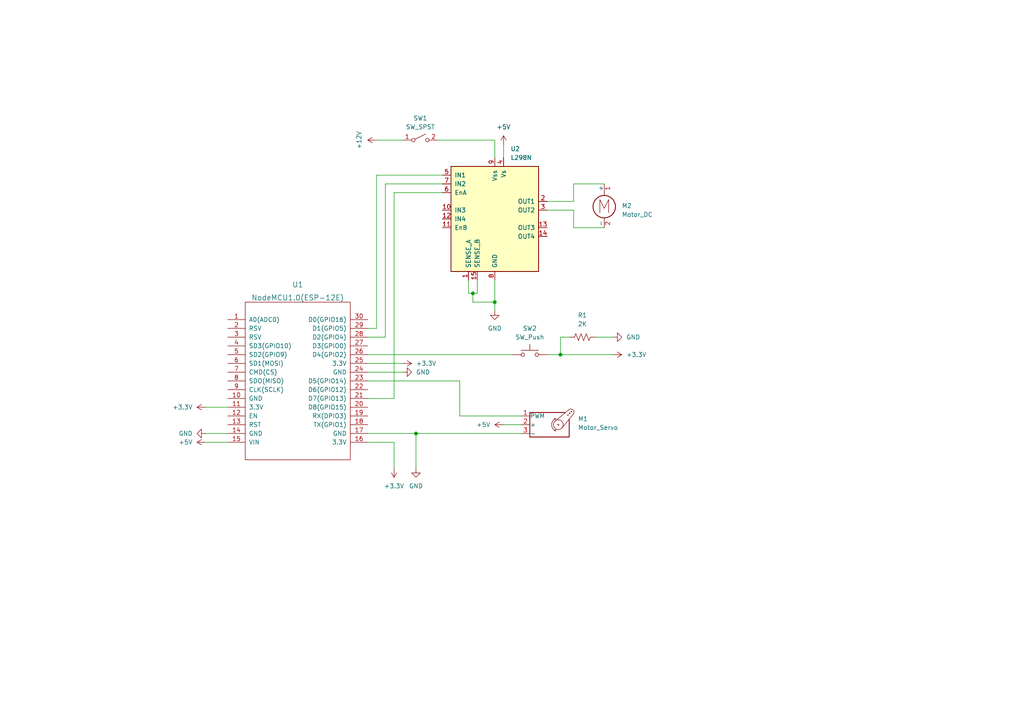
<source format=kicad_sch>
(kicad_sch (version 20211123) (generator eeschema)
  (paper "A4")
  (title_block (title "Cat Feeder") (date "2022-12-23") (company "Barrett Otte"))
  (lib_symbols
    (symbol "Device:R_US" (pin_numbers hide) (pin_names (offset 0))
      (property "Reference" "R" (at 2.54 0 90))
      (property "Value" "R_US" (at -2.54 0 90))
      (symbol "R_US_0_1"
        (polyline (pts (xy 0 -2.286) (xy 0 -2.54)))
        (polyline (pts (xy 0 2.286) (xy 0 2.54)))
        (polyline (pts (xy 0 -0.762) (xy 1.016 -1.143) (xy 0 -1.524) (xy -1.016 -1.905) (xy 0 -2.286)))
        (polyline (pts (xy 0 0.762) (xy 1.016 0.381) (xy 0 0) (xy -1.016 -0.381) (xy 0 -0.762)))
        (polyline (pts (xy 0 2.286) (xy 1.016 1.905) (xy 0 1.524) (xy -1.016 1.143) (xy 0 0.762)))
      )
      (symbol "R_US_1_1"
        (pin passive line (at 0 3.81 270) (length 1.27) (name "~") (number "1"))
        (pin passive line (at 0 -3.81 90) (length 1.27) (name "~") (number "2"))
      )
    )
    (symbol "Driver_Motor:L298N" (pin_names (offset 1.016))
      (property "Reference" "U" (at -10.16 16.51 0))
      (property "Value" "L298N" (at 12.7 16.51 0))
      (symbol "L298N_0_1"
        (rectangle (start -12.7 15.24) (end 12.7 -15.24) (stroke (width 0.254)) (fill (type background)))
      )
      (symbol "L298N_1_1"
        (pin power_in line (at -7.62 -17.78 90) (length 2.54) (name "SENSE_A") (number "1"))
        (pin input line (at -15.24 2.54 0) (length 2.54) (name "IN3") (number "10"))
        (pin input line (at -15.24 -2.54 0) (length 2.54) (name "EnB") (number "11"))
        (pin input line (at -15.24 0 0) (length 2.54) (name "IN4") (number "12"))
        (pin output line (at 15.24 -2.54 180) (length 2.54) (name "OUT3") (number "13"))
        (pin output line (at 15.24 -5.08 180) (length 2.54) (name "OUT4") (number "14"))
        (pin power_in line (at -5.08 -17.78 90) (length 2.54) (name "SENSE_B") (number "15"))
        (pin output line (at 15.24 5.08 180) (length 2.54) (name "OUT1") (number "2"))
        (pin output line (at 15.24 2.54 180) (length 2.54) (name "OUT2") (number "3"))
        (pin power_in line (at 2.54 17.78 270) (length 2.54) (name "Vs") (number "4"))
        (pin input line (at -15.24 12.7 0) (length 2.54) (name "IN1") (number "5"))
        (pin input line (at -15.24 7.62 0) (length 2.54) (name "EnA") (number "6"))
        (pin input line (at -15.24 10.16 0) (length 2.54) (name "IN2") (number "7"))
        (pin power_in line (at 0 -17.78 90) (length 2.54) (name "GND") (number "8"))
        (pin power_in line (at 0 17.78 270) (length 2.54) (name "Vss") (number "9"))
      )
    )
    (symbol "ESP8266:NodeMCU1.0(ESP-12E)" (pin_names (offset 1.016))
      (property "Reference" "U" (at 0 21.59 0))
      (property "Value" "NodeMCU1.0(ESP-12E)" (at 0 -21.59 0))
      (symbol "NodeMCU1.0(ESP-12E)_0_1"
        (rectangle (start -15.24 -22.86) (end 15.24 22.86))
      )
      (symbol "NodeMCU1.0(ESP-12E)_1_1"
        (pin input line (at -20.32 17.78 0) (length 5.08) (name "A0(ADC0)") (number "1"))
        (pin input line (at -20.32 -5.08 0) (length 5.08) (name "GND") (number "10"))
        (pin input line (at -20.32 -7.62 0) (length 5.08) (name "3.3V") (number "11"))
        (pin input line (at -20.32 -10.16 0) (length 5.08) (name "EN") (number "12"))
        (pin input line (at -20.32 -12.7 0) (length 5.08) (name "RST") (number "13"))
        (pin input line (at -20.32 -15.24 0) (length 5.08) (name "GND") (number "14"))
        (pin input line (at -20.32 -17.78 0) (length 5.08) (name "VIN") (number "15"))
        (pin input line (at 20.32 -17.78 180) (length 5.08) (name "3.3V") (number "16"))
        (pin input line (at 20.32 -15.24 180) (length 5.08) (name "GND") (number "17"))
        (pin input line (at 20.32 -12.7 180) (length 5.08) (name "TX(GPIO1)") (number "18"))
        (pin input line (at 20.32 -10.16 180) (length 5.08) (name "RX(DPIO3)") (number "19"))
        (pin input line (at -20.32 15.24 0) (length 5.08) (name "RSV") (number "2"))
        (pin input line (at 20.32 -7.62 180) (length 5.08) (name "D8(GPIO15)") (number "20"))
        (pin input line (at 20.32 -5.08 180) (length 5.08) (name "D7(GPIO13)") (number "21"))
        (pin input line (at 20.32 -2.54 180) (length 5.08) (name "D6(GPIO12)") (number "22"))
        (pin input line (at 20.32 0 180) (length 5.08) (name "D5(GPIO14)") (number "23"))
        (pin input line (at 20.32 2.54 180) (length 5.08) (name "GND") (number "24"))
        (pin input line (at 20.32 5.08 180) (length 5.08) (name "3.3V") (number "25"))
        (pin input line (at 20.32 7.62 180) (length 5.08) (name "D4(GPIO2)") (number "26"))
        (pin input line (at 20.32 10.16 180) (length 5.08) (name "D3(GPIO0)") (number "27"))
        (pin input line (at 20.32 12.7 180) (length 5.08) (name "D2(GPIO4)") (number "28"))
        (pin input line (at 20.32 15.24 180) (length 5.08) (name "D1(GPIO5)") (number "29"))
        (pin input line (at -20.32 12.7 0) (length 5.08) (name "RSV") (number "3"))
        (pin input line (at 20.32 17.78 180) (length 5.08) (name "D0(GPIO16)") (number "30"))
        (pin input line (at -20.32 10.16 0) (length 5.08) (name "SD3(GPIO10)") (number "4"))
        (pin input line (at -20.32 7.62 0) (length 5.08) (name "SD2(GPIO9)") (number "5"))
        (pin input line (at -20.32 5.08 0) (length 5.08) (name "SD1(MOSI)") (number "6"))
        (pin input line (at -20.32 2.54 0) (length 5.08) (name "CMD(CS)") (number "7"))
        (pin input line (at -20.32 0 0) (length 5.08) (name "SDO(MISO)") (number "8"))
        (pin input line (at -20.32 -2.54 0) (length 5.08) (name "CLK(SCLK)") (number "9"))
      )
    )
    (symbol "Motor:Motor_DC" (pin_names (offset 0))
      (property "Reference" "M" (at 2.54 2.54 0))
      (property "Value" "Motor_DC" (at 2.54 -5.08 0))
      (symbol "Motor_DC_0_0"
        (polyline (pts (xy -1.27 -3.302) (xy -1.27 0.508) (xy 0 -2.032) (xy 1.27 0.508) (xy 1.27 -3.302)))
      )
      (symbol "Motor_DC_0_1"
        (circle (center 0 -1.524) (radius 3.2512) (stroke (width 0.254)))
        (polyline (pts (xy 0 -7.62) (xy 0 -7.112)))
        (polyline (pts (xy 0 -4.7752) (xy 0 -5.1816)))
        (polyline (pts (xy 0 1.7272) (xy 0 2.0828)))
        (polyline (pts (xy 0 2.032) (xy 0 2.54)))
      )
      (symbol "Motor_DC_1_1"
        (pin passive line (at 0 5.08 270) (length 2.54) (name "+") (number "1"))
        (pin passive line (at 0 -7.62 90) (length 2.54) (name "-") (number "2"))
      )
    )
    (symbol "Motor:Motor_Servo" (pin_names (offset 0.0254))
      (property "Reference" "M" (at -5.08 4.445 0))
      (property "Value" "Motor_Servo" (at -5.08 -4.064 0))
      (symbol "Motor_Servo_0_1"
        (polyline (pts (xy 2.413 -1.778) (xy 2.032 -1.778)))
        (polyline (pts (xy 2.413 -1.778) (xy 2.286 -1.397)))
        (polyline (pts (xy 2.413 1.778) (xy 1.905 1.778)))
        (polyline (pts (xy 2.413 1.778) (xy 2.286 1.397)))
        (polyline (pts (xy 6.35 4.445) (xy 2.54 1.27)))
        (polyline (pts (xy 7.62 3.175) (xy 4.191 -1.016)))
        (polyline (pts (xy 5.08 3.556) (xy -5.08 3.556) (xy -5.08 -3.556) (xy 6.35 -3.556) (xy 6.35 1.524)) (stroke (width 0.254)))
        (arc (start 2.413 1.778) (mid 1.2406 0) (end 2.413 -1.778))
        (circle (center 3.175 0) (radius 0.1778))
        (circle (center 3.175 0) (radius 1.4224))
        (circle (center 5.969 2.794) (radius 0.127))
        (circle (center 6.477 3.302) (radius 0.127))
        (circle (center 6.985 3.81) (radius 0.127))
        (arc (start 7.62 3.175) (mid 7.4485 4.2735) (end 6.35 4.445))
      )
      (symbol "Motor_Servo_1_1"
        (pin passive line (at -7.62 2.54 0) (length 2.54) (name "PWM") (number "1"))
        (pin passive line (at -7.62 0 0) (length 2.54) (name "+") (number "2"))
        (pin passive line (at -7.62 -2.54 0) (length 2.54) (name "-") (number "3"))
      )
    )
    (symbol "Switch:SW_Push" (pin_numbers hide) (pin_names (offset 1.016) hide)
      (property "Reference" "SW" (at 1.27 2.54 0))
      (property "Value" "SW_Push" (at 0 -1.524 0))
      (symbol "SW_Push_0_1"
        (circle (center -2.032 0) (radius 0.508))
        (polyline (pts (xy 0 1.27) (xy 0 3.048)))
        (polyline (pts (xy 2.54 1.27) (xy -2.54 1.27)))
        (circle (center 2.032 0) (radius 0.508))
        (pin passive line (at -5.08 0 0) (length 2.54) (name "1") (number "1"))
        (pin passive line (at 5.08 0 180) (length 2.54) (name "2") (number "2"))
      )
    )
    (symbol "Switch:SW_SPST" (pin_names (offset 0) hide)
      (property "Reference" "SW" (at 0 3.175 0))
      (property "Value" "SW_SPST" (at 0 -2.54 0))
      (symbol "SW_SPST_0_0"
        (circle (center -2.032 0) (radius 0.508))
        (polyline (pts (xy -1.524 0.254) (xy 1.524 1.778)))
        (circle (center 2.032 0) (radius 0.508))
      )
      (symbol "SW_SPST_1_1"
        (pin passive line (at -5.08 0 0) (length 2.54) (name "A") (number "1"))
        (pin passive line (at 5.08 0 180) (length 2.54) (name "B") (number "2"))
      )
    )
    (symbol "power:+12V" (power) (pin_names (offset 0))
      (property "Value" "+12V" (at 0 3.556 0))
      (symbol "+12V_0_1"
        (polyline (pts (xy -0.762 1.27) (xy 0 2.54)))
        (polyline (pts (xy 0 0) (xy 0 2.54)))
        (polyline (pts (xy 0 2.54) (xy 0.762 1.27)))
      )
      (symbol "+12V_1_1"
        (pin power_in line (at 0 0 90) (length 0) hide (name "+12V") (number "1"))
      )
    )
    (symbol "power:+3.3V" (power) (pin_names (offset 0))
      (property "Value" "+3.3V" (at 0 3.556 0))
      (symbol "+3.3V_0_1"
        (polyline (pts (xy -0.762 1.27) (xy 0 2.54)))
        (polyline (pts (xy 0 0) (xy 0 2.54)))
        (polyline (pts (xy 0 2.54) (xy 0.762 1.27)))
      )
      (symbol "+3.3V_1_1"
        (pin power_in line (at 0 0 90) (length 0) hide (name "+3.3V") (number "1"))
      )
    )
    (symbol "power:+5V" (power) (pin_names (offset 0))
      (property "Value" "+5V" (at 0 3.556 0))
      (symbol "+5V_0_1"
        (polyline (pts (xy -0.762 1.27) (xy 0 2.54)))
        (polyline (pts (xy 0 0) (xy 0 2.54)))
        (polyline (pts (xy 0 2.54) (xy 0.762 1.27)))
      )
      (symbol "+5V_1_1"
        (pin power_in line (at 0 0 90) (length 0) hide (name "+5V") (number "1"))
      )
    )
    (symbol "power:GND" (power) (pin_names (offset 0))
      (property "Value" "GND" (at 0 -3.81 0))
      (symbol "GND_0_1"
        (polyline (pts (xy 0 0) (xy 0 -1.27) (xy 1.27 -1.27) (xy 0 -2.54) (xy -1.27 -1.27) (xy 0 -1.27)))
      )
      (symbol "GND_1_1"
        (pin power_in line (at 0 0 270) (length 0) hide (name "GND") (number "1"))
      )
    )
  )
  (junction (at 162.56 102.87))
  (junction (at 143.51 87.63))
  (junction (at 120.65 125.73))
  (junction (at 137.16 85.09))
  (wire (pts (xy 158.75 58.42) (xy 166.37 58.42)))
  (wire (pts (xy 137.16 87.63) (xy 143.51 87.63)))
  (wire (pts (xy 135.89 85.09) (xy 137.16 85.09)))
  (wire (pts (xy 166.37 58.42) (xy 166.37 53.34)))
  (wire (pts (xy 133.35 110.49) (xy 133.35 120.65)))
  (wire (pts (xy 106.68 128.27) (xy 114.3 128.27)))
  (wire (pts (xy 135.89 81.28) (xy 135.89 85.09)))
  (wire (pts (xy 146.05 123.19) (xy 151.13 123.19)))
  (wire (pts (xy 166.37 53.34) (xy 175.26 53.34)))
  (wire (pts (xy 128.27 53.34) (xy 111.76 53.34)))
  (wire (pts (xy 143.51 81.28) (xy 143.51 87.63)))
  (wire (pts (xy 59.69 125.73) (xy 66.04 125.73)))
  (wire (pts (xy 106.68 102.87) (xy 148.59 102.87)))
  (wire (pts (xy 166.37 66.04) (xy 175.26 66.04)))
  (wire (pts (xy 106.68 105.41) (xy 116.84 105.41)))
  (wire (pts (xy 158.75 102.87) (xy 162.56 102.87)))
  (wire (pts (xy 120.65 125.73) (xy 151.13 125.73)))
  (wire (pts (xy 158.75 60.96) (xy 166.37 60.96)))
  (wire (pts (xy 109.22 50.8) (xy 109.22 95.25)))
  (wire (pts (xy 106.68 107.95) (xy 116.84 107.95)))
  (wire (pts (xy 59.69 118.11) (xy 66.04 118.11)))
  (wire (pts (xy 114.3 55.88) (xy 128.27 55.88)))
  (wire (pts (xy 166.37 60.96) (xy 166.37 66.04)))
  (wire (pts (xy 143.51 40.64) (xy 143.51 45.72)))
  (wire (pts (xy 137.16 85.09) (xy 137.16 87.63)))
  (wire (pts (xy 143.51 40.64) (xy 127 40.64)))
  (wire (pts (xy 111.76 53.34) (xy 111.76 97.79)))
  (wire (pts (xy 106.68 125.73) (xy 120.65 125.73)))
  (wire (pts (xy 128.27 50.8) (xy 109.22 50.8)))
  (wire (pts (xy 165.1 97.79) (xy 162.56 97.79)))
  (wire (pts (xy 59.69 128.27) (xy 66.04 128.27)))
  (wire (pts (xy 137.16 85.09) (xy 138.43 85.09)))
  (wire (pts (xy 106.68 110.49) (xy 133.35 110.49)))
  (wire (pts (xy 111.76 97.79) (xy 106.68 97.79)))
  (wire (pts (xy 143.51 87.63) (xy 143.51 90.17)))
  (wire (pts (xy 114.3 115.57) (xy 106.68 115.57)))
  (wire (pts (xy 133.35 120.65) (xy 151.13 120.65)))
  (wire (pts (xy 138.43 85.09) (xy 138.43 81.28)))
  (wire (pts (xy 120.65 125.73) (xy 120.65 135.89)))
  (wire (pts (xy 162.56 102.87) (xy 177.8 102.87)))
  (wire (pts (xy 172.72 97.79) (xy 177.8 97.79)))
  (wire (pts (xy 146.05 41.91) (xy 146.05 45.72)))
  (wire (pts (xy 114.3 128.27) (xy 114.3 135.89)))
  (wire (pts (xy 109.22 95.25) (xy 106.68 95.25)))
  (wire (pts (xy 109.22 40.64) (xy 116.84 40.64)))
  (wire (pts (xy 114.3 55.88) (xy 114.3 115.57)))
  (wire (pts (xy 162.56 97.79) (xy 162.56 102.87)))
  (symbol (lib_id "power:+12V") (at 109.22 40.64 90) (unit 1)
    (property "Reference" "#PWR04" (effects hide))
    (property "Value" "+12V" (at 104.14 40.64 0))
  )
  (symbol (lib_id "Motor:Motor_Servo") (at 158.75 123.19 0) (unit 1)
    (property "Reference" "M1" (at 167.64 121.4865 0) (effects (justify left)))
    (property "Value" "Motor_Servo" (at 167.64 124.0265 0) (effects (justify left)))
    (property "Datasheet" "http://forums.parallax.com/uploads/attachments/46831/74481.png" (effects hide))
  )
  (symbol (lib_id "power:+3.3V") (at 177.8 102.87 270) (unit 1)
    (property "Reference" "#PWR013" (effects hide))
    (property "Value" "+3.3V" (at 181.61 102.8699 90) (effects (justify left)))
  )
  (symbol (lib_id "Driver_Motor:L298N") (at 143.51 63.5 0) (unit 1)
    (property "Reference" "U2" (at 148.0694 43.18 0) (effects (justify left)))
    (property "Value" "L298N" (at 148.0694 45.72 0) (effects (justify left)))
    (property "Footprint" "Package_TO_SOT_THT:TO-220-15_P2.54x2.54mm_StaggerOdd_Lead4.58mm_Vertical" (effects hide))
    (property "Datasheet" "http://www.st.com/st-web-ui/static/active/en/resource/technical/document/datasheet/CD00000240.pdf" (effects hide))
  )
  (symbol (lib_id "Switch:SW_SPST") (at 121.92 40.64 0) (unit 1)
    (property "Reference" "SW1" (at 121.92 34.29 0))
    (property "Value" "SW_SPST" (at 121.92 36.83 0))
  )
  (symbol (lib_id "power:GND") (at 143.51 90.17 0) (unit 1)
    (property "Reference" "#PWR09" (effects hide))
    (property "Value" "GND" (at 143.51 95.25 0))
  )
  (symbol (lib_id "power:GND") (at 116.84 107.95 90) (unit 1)
    (property "Reference" "#PWR07" (effects hide))
    (property "Value" "GND" (at 120.65 107.9499 90) (effects (justify right)))
  )
  (symbol (lib_id "power:GND") (at 120.65 135.89 0) (unit 1)
    (property "Reference" "#PWR08" (effects hide))
    (property "Value" "GND" (at 120.65 140.97 0))
  )
  (symbol (lib_id "Device:R_US") (at 168.91 97.79 90) (unit 1)
    (property "Reference" "R1" (at 168.91 91.44 90))
    (property "Value" "2K" (at 168.91 93.98 90))
  )
  (symbol (lib_id "power:GND") (at 177.8 97.79 90) (unit 1)
    (property "Reference" "#PWR012" (effects hide))
    (property "Value" "GND" (at 181.61 97.7899 90) (effects (justify right)))
  )
  (symbol (lib_id "power:GND") (at 59.69 125.73 270) (unit 1)
    (property "Reference" "#PWR02" (effects hide))
    (property "Value" "GND" (at 55.88 125.7299 90) (effects (justify right)))
  )
  (symbol (lib_id "ESP8266:NodeMCU1.0(ESP-12E)") (at 86.36 110.49 0) (unit 1)
    (property "Reference" "U1" (at 86.36 82.55 0) (effects (font (size 1.524 1.524))))
    (property "Value" "NodeMCU1.0(ESP-12E)" (at 86.36 86.36 0) (effects (font (size 1.524 1.524))))
  )
  (symbol (lib_id "power:+5V") (at 146.05 123.19 90) (unit 1)
    (property "Reference" "#PWR011" (effects hide))
    (property "Value" "+5V" (at 142.24 123.1899 90) (effects (justify left)))
  )
  (symbol (lib_id "power:+5V") (at 59.69 128.27 90) (unit 1)
    (property "Reference" "#PWR03" (effects hide))
    (property "Value" "+5V" (at 55.88 128.2699 90) (effects (justify left)))
  )
  (symbol (lib_id "Switch:SW_Push") (at 153.67 102.87 0) (unit 1)
    (property "Reference" "SW2" (at 153.67 95.25 0))
    (property "Value" "SW_Push" (at 153.67 97.79 0))
  )
  (symbol (lib_id "power:+3.3V") (at 116.84 105.41 270) (unit 1)
    (property "Reference" "#PWR06" (effects hide))
    (property "Value" "+3.3V" (at 120.65 105.4099 90) (effects (justify left)))
  )
  (symbol (lib_id "power:+3.3V") (at 59.69 118.11 90) (unit 1)
    (property "Reference" "#PWR01" (effects hide))
    (property "Value" "+3.3V" (at 55.88 118.1099 90) (effects (justify left)))
  )
  (symbol (lib_id "Motor:Motor_DC") (at 175.26 58.42 0) (unit 1)
    (property "Reference" "M2" (at 180.34 59.6899 0) (effects (justify left)))
    (property "Value" "Motor_DC" (at 180.34 62.2299 0) (effects (justify left)))
  )
  (symbol (lib_id "power:+3.3V") (at 114.3 135.89 180) (unit 1)
    (property "Reference" "#PWR05" (effects hide))
    (property "Value" "+3.3V" (at 114.3 140.97 0))
  )
  (symbol (lib_id "power:+5V") (at 146.05 41.91 0) (unit 1)
    (property "Reference" "#PWR010" (effects hide))
    (property "Value" "+5V" (at 146.05 36.83 0))
  )
)
</source>
